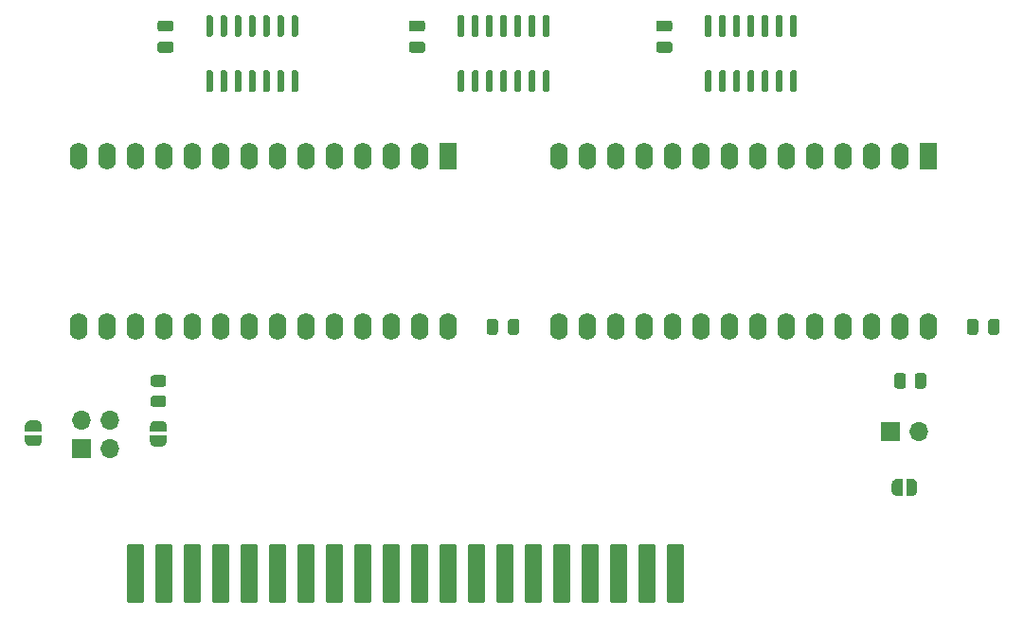
<source format=gbr>
G04 #@! TF.GenerationSoftware,KiCad,Pcbnew,(5.1.9-0-10_14)*
G04 #@! TF.CreationDate,2021-04-09T13:05:53-05:00*
G04 #@! TF.ProjectId,Memory Card,4d656d6f-7279-4204-9361-72642e6b6963,rev?*
G04 #@! TF.SameCoordinates,Original*
G04 #@! TF.FileFunction,Soldermask,Top*
G04 #@! TF.FilePolarity,Negative*
%FSLAX46Y46*%
G04 Gerber Fmt 4.6, Leading zero omitted, Abs format (unit mm)*
G04 Created by KiCad (PCBNEW (5.1.9-0-10_14)) date 2021-04-09 13:05:53*
%MOMM*%
%LPD*%
G01*
G04 APERTURE LIST*
%ADD10R,1.600000X2.400000*%
%ADD11O,1.600000X2.400000*%
%ADD12R,1.700000X1.700000*%
%ADD13O,1.700000X1.700000*%
%ADD14C,0.100000*%
G04 APERTURE END LIST*
G36*
G01*
X146698000Y-108425000D02*
X146698000Y-107475000D01*
G75*
G02*
X146948000Y-107225000I250000J0D01*
G01*
X147448000Y-107225000D01*
G75*
G02*
X147698000Y-107475000I0J-250000D01*
G01*
X147698000Y-108425000D01*
G75*
G02*
X147448000Y-108675000I-250000J0D01*
G01*
X146948000Y-108675000D01*
G75*
G02*
X146698000Y-108425000I0J250000D01*
G01*
G37*
G36*
G01*
X148598000Y-108425000D02*
X148598000Y-107475000D01*
G75*
G02*
X148848000Y-107225000I250000J0D01*
G01*
X149348000Y-107225000D01*
G75*
G02*
X149598000Y-107475000I0J-250000D01*
G01*
X149598000Y-108425000D01*
G75*
G02*
X149348000Y-108675000I-250000J0D01*
G01*
X148848000Y-108675000D01*
G75*
G02*
X148598000Y-108425000I0J250000D01*
G01*
G37*
G36*
G01*
X191524000Y-108425000D02*
X191524000Y-107475000D01*
G75*
G02*
X191774000Y-107225000I250000J0D01*
G01*
X192274000Y-107225000D01*
G75*
G02*
X192524000Y-107475000I0J-250000D01*
G01*
X192524000Y-108425000D01*
G75*
G02*
X192274000Y-108675000I-250000J0D01*
G01*
X191774000Y-108675000D01*
G75*
G02*
X191524000Y-108425000I0J250000D01*
G01*
G37*
G36*
G01*
X189624000Y-108425000D02*
X189624000Y-107475000D01*
G75*
G02*
X189874000Y-107225000I250000J0D01*
G01*
X190374000Y-107225000D01*
G75*
G02*
X190624000Y-107475000I0J-250000D01*
G01*
X190624000Y-108425000D01*
G75*
G02*
X190374000Y-108675000I-250000J0D01*
G01*
X189874000Y-108675000D01*
G75*
G02*
X189624000Y-108425000I0J250000D01*
G01*
G37*
G36*
G01*
X117508000Y-80526000D02*
X118458000Y-80526000D01*
G75*
G02*
X118708000Y-80776000I0J-250000D01*
G01*
X118708000Y-81276000D01*
G75*
G02*
X118458000Y-81526000I-250000J0D01*
G01*
X117508000Y-81526000D01*
G75*
G02*
X117258000Y-81276000I0J250000D01*
G01*
X117258000Y-80776000D01*
G75*
G02*
X117508000Y-80526000I250000J0D01*
G01*
G37*
G36*
G01*
X117508000Y-82426000D02*
X118458000Y-82426000D01*
G75*
G02*
X118708000Y-82676000I0J-250000D01*
G01*
X118708000Y-83176000D01*
G75*
G02*
X118458000Y-83426000I-250000J0D01*
G01*
X117508000Y-83426000D01*
G75*
G02*
X117258000Y-83176000I0J250000D01*
G01*
X117258000Y-82676000D01*
G75*
G02*
X117508000Y-82426000I250000J0D01*
G01*
G37*
G36*
G01*
X139987000Y-82431000D02*
X140937000Y-82431000D01*
G75*
G02*
X141187000Y-82681000I0J-250000D01*
G01*
X141187000Y-83181000D01*
G75*
G02*
X140937000Y-83431000I-250000J0D01*
G01*
X139987000Y-83431000D01*
G75*
G02*
X139737000Y-83181000I0J250000D01*
G01*
X139737000Y-82681000D01*
G75*
G02*
X139987000Y-82431000I250000J0D01*
G01*
G37*
G36*
G01*
X139987000Y-80531000D02*
X140937000Y-80531000D01*
G75*
G02*
X141187000Y-80781000I0J-250000D01*
G01*
X141187000Y-81281000D01*
G75*
G02*
X140937000Y-81531000I-250000J0D01*
G01*
X139987000Y-81531000D01*
G75*
G02*
X139737000Y-81281000I0J250000D01*
G01*
X139737000Y-80781000D01*
G75*
G02*
X139987000Y-80531000I250000J0D01*
G01*
G37*
G36*
G01*
X162085000Y-80531000D02*
X163035000Y-80531000D01*
G75*
G02*
X163285000Y-80781000I0J-250000D01*
G01*
X163285000Y-81281000D01*
G75*
G02*
X163035000Y-81531000I-250000J0D01*
G01*
X162085000Y-81531000D01*
G75*
G02*
X161835000Y-81281000I0J250000D01*
G01*
X161835000Y-80781000D01*
G75*
G02*
X162085000Y-80531000I250000J0D01*
G01*
G37*
G36*
G01*
X162085000Y-82431000D02*
X163035000Y-82431000D01*
G75*
G02*
X163285000Y-82681000I0J-250000D01*
G01*
X163285000Y-83181000D01*
G75*
G02*
X163035000Y-83431000I-250000J0D01*
G01*
X162085000Y-83431000D01*
G75*
G02*
X161835000Y-83181000I0J250000D01*
G01*
X161835000Y-82681000D01*
G75*
G02*
X162085000Y-82431000I250000J0D01*
G01*
G37*
G36*
G01*
X115935000Y-132671600D02*
X114665000Y-132671600D01*
G75*
G02*
X114563400Y-132570000I0J101600D01*
G01*
X114563400Y-127490000D01*
G75*
G02*
X114665000Y-127388400I101600J0D01*
G01*
X115935000Y-127388400D01*
G75*
G02*
X116036600Y-127490000I0J-101600D01*
G01*
X116036600Y-132570000D01*
G75*
G02*
X115935000Y-132671600I-101600J0D01*
G01*
G37*
G36*
G01*
X118475000Y-132671600D02*
X117205000Y-132671600D01*
G75*
G02*
X117103400Y-132570000I0J101600D01*
G01*
X117103400Y-127490000D01*
G75*
G02*
X117205000Y-127388400I101600J0D01*
G01*
X118475000Y-127388400D01*
G75*
G02*
X118576600Y-127490000I0J-101600D01*
G01*
X118576600Y-132570000D01*
G75*
G02*
X118475000Y-132671600I-101600J0D01*
G01*
G37*
G36*
G01*
X121015000Y-132671600D02*
X119745000Y-132671600D01*
G75*
G02*
X119643400Y-132570000I0J101600D01*
G01*
X119643400Y-127490000D01*
G75*
G02*
X119745000Y-127388400I101600J0D01*
G01*
X121015000Y-127388400D01*
G75*
G02*
X121116600Y-127490000I0J-101600D01*
G01*
X121116600Y-132570000D01*
G75*
G02*
X121015000Y-132671600I-101600J0D01*
G01*
G37*
G36*
G01*
X123555000Y-132671600D02*
X122285000Y-132671600D01*
G75*
G02*
X122183400Y-132570000I0J101600D01*
G01*
X122183400Y-127490000D01*
G75*
G02*
X122285000Y-127388400I101600J0D01*
G01*
X123555000Y-127388400D01*
G75*
G02*
X123656600Y-127490000I0J-101600D01*
G01*
X123656600Y-132570000D01*
G75*
G02*
X123555000Y-132671600I-101600J0D01*
G01*
G37*
G36*
G01*
X126095000Y-132671600D02*
X124825000Y-132671600D01*
G75*
G02*
X124723400Y-132570000I0J101600D01*
G01*
X124723400Y-127490000D01*
G75*
G02*
X124825000Y-127388400I101600J0D01*
G01*
X126095000Y-127388400D01*
G75*
G02*
X126196600Y-127490000I0J-101600D01*
G01*
X126196600Y-132570000D01*
G75*
G02*
X126095000Y-132671600I-101600J0D01*
G01*
G37*
G36*
G01*
X128635000Y-132671600D02*
X127365000Y-132671600D01*
G75*
G02*
X127263400Y-132570000I0J101600D01*
G01*
X127263400Y-127490000D01*
G75*
G02*
X127365000Y-127388400I101600J0D01*
G01*
X128635000Y-127388400D01*
G75*
G02*
X128736600Y-127490000I0J-101600D01*
G01*
X128736600Y-132570000D01*
G75*
G02*
X128635000Y-132671600I-101600J0D01*
G01*
G37*
G36*
G01*
X131175000Y-132671600D02*
X129905000Y-132671600D01*
G75*
G02*
X129803400Y-132570000I0J101600D01*
G01*
X129803400Y-127490000D01*
G75*
G02*
X129905000Y-127388400I101600J0D01*
G01*
X131175000Y-127388400D01*
G75*
G02*
X131276600Y-127490000I0J-101600D01*
G01*
X131276600Y-132570000D01*
G75*
G02*
X131175000Y-132671600I-101600J0D01*
G01*
G37*
G36*
G01*
X133715000Y-132671600D02*
X132445000Y-132671600D01*
G75*
G02*
X132343400Y-132570000I0J101600D01*
G01*
X132343400Y-127490000D01*
G75*
G02*
X132445000Y-127388400I101600J0D01*
G01*
X133715000Y-127388400D01*
G75*
G02*
X133816600Y-127490000I0J-101600D01*
G01*
X133816600Y-132570000D01*
G75*
G02*
X133715000Y-132671600I-101600J0D01*
G01*
G37*
G36*
G01*
X136255000Y-132671600D02*
X134985000Y-132671600D01*
G75*
G02*
X134883400Y-132570000I0J101600D01*
G01*
X134883400Y-127490000D01*
G75*
G02*
X134985000Y-127388400I101600J0D01*
G01*
X136255000Y-127388400D01*
G75*
G02*
X136356600Y-127490000I0J-101600D01*
G01*
X136356600Y-132570000D01*
G75*
G02*
X136255000Y-132671600I-101600J0D01*
G01*
G37*
G36*
G01*
X138795000Y-132671600D02*
X137525000Y-132671600D01*
G75*
G02*
X137423400Y-132570000I0J101600D01*
G01*
X137423400Y-127490000D01*
G75*
G02*
X137525000Y-127388400I101600J0D01*
G01*
X138795000Y-127388400D01*
G75*
G02*
X138896600Y-127490000I0J-101600D01*
G01*
X138896600Y-132570000D01*
G75*
G02*
X138795000Y-132671600I-101600J0D01*
G01*
G37*
G36*
G01*
X141335000Y-132671600D02*
X140065000Y-132671600D01*
G75*
G02*
X139963400Y-132570000I0J101600D01*
G01*
X139963400Y-127490000D01*
G75*
G02*
X140065000Y-127388400I101600J0D01*
G01*
X141335000Y-127388400D01*
G75*
G02*
X141436600Y-127490000I0J-101600D01*
G01*
X141436600Y-132570000D01*
G75*
G02*
X141335000Y-132671600I-101600J0D01*
G01*
G37*
G36*
G01*
X143875000Y-132671600D02*
X142605000Y-132671600D01*
G75*
G02*
X142503400Y-132570000I0J101600D01*
G01*
X142503400Y-127490000D01*
G75*
G02*
X142605000Y-127388400I101600J0D01*
G01*
X143875000Y-127388400D01*
G75*
G02*
X143976600Y-127490000I0J-101600D01*
G01*
X143976600Y-132570000D01*
G75*
G02*
X143875000Y-132671600I-101600J0D01*
G01*
G37*
G36*
G01*
X146415000Y-132671600D02*
X145145000Y-132671600D01*
G75*
G02*
X145043400Y-132570000I0J101600D01*
G01*
X145043400Y-127490000D01*
G75*
G02*
X145145000Y-127388400I101600J0D01*
G01*
X146415000Y-127388400D01*
G75*
G02*
X146516600Y-127490000I0J-101600D01*
G01*
X146516600Y-132570000D01*
G75*
G02*
X146415000Y-132671600I-101600J0D01*
G01*
G37*
G36*
G01*
X148955000Y-132671600D02*
X147685000Y-132671600D01*
G75*
G02*
X147583400Y-132570000I0J101600D01*
G01*
X147583400Y-127490000D01*
G75*
G02*
X147685000Y-127388400I101600J0D01*
G01*
X148955000Y-127388400D01*
G75*
G02*
X149056600Y-127490000I0J-101600D01*
G01*
X149056600Y-132570000D01*
G75*
G02*
X148955000Y-132671600I-101600J0D01*
G01*
G37*
G36*
G01*
X151495000Y-132671600D02*
X150225000Y-132671600D01*
G75*
G02*
X150123400Y-132570000I0J101600D01*
G01*
X150123400Y-127490000D01*
G75*
G02*
X150225000Y-127388400I101600J0D01*
G01*
X151495000Y-127388400D01*
G75*
G02*
X151596600Y-127490000I0J-101600D01*
G01*
X151596600Y-132570000D01*
G75*
G02*
X151495000Y-132671600I-101600J0D01*
G01*
G37*
G36*
G01*
X154035000Y-132671600D02*
X152765000Y-132671600D01*
G75*
G02*
X152663400Y-132570000I0J101600D01*
G01*
X152663400Y-127490000D01*
G75*
G02*
X152765000Y-127388400I101600J0D01*
G01*
X154035000Y-127388400D01*
G75*
G02*
X154136600Y-127490000I0J-101600D01*
G01*
X154136600Y-132570000D01*
G75*
G02*
X154035000Y-132671600I-101600J0D01*
G01*
G37*
G36*
G01*
X156575000Y-132671600D02*
X155305000Y-132671600D01*
G75*
G02*
X155203400Y-132570000I0J101600D01*
G01*
X155203400Y-127490000D01*
G75*
G02*
X155305000Y-127388400I101600J0D01*
G01*
X156575000Y-127388400D01*
G75*
G02*
X156676600Y-127490000I0J-101600D01*
G01*
X156676600Y-132570000D01*
G75*
G02*
X156575000Y-132671600I-101600J0D01*
G01*
G37*
G36*
G01*
X159115000Y-132671600D02*
X157845000Y-132671600D01*
G75*
G02*
X157743400Y-132570000I0J101600D01*
G01*
X157743400Y-127490000D01*
G75*
G02*
X157845000Y-127388400I101600J0D01*
G01*
X159115000Y-127388400D01*
G75*
G02*
X159216600Y-127490000I0J-101600D01*
G01*
X159216600Y-132570000D01*
G75*
G02*
X159115000Y-132671600I-101600J0D01*
G01*
G37*
G36*
G01*
X161655000Y-132671600D02*
X160385000Y-132671600D01*
G75*
G02*
X160283400Y-132570000I0J101600D01*
G01*
X160283400Y-127490000D01*
G75*
G02*
X160385000Y-127388400I101600J0D01*
G01*
X161655000Y-127388400D01*
G75*
G02*
X161756600Y-127490000I0J-101600D01*
G01*
X161756600Y-132570000D01*
G75*
G02*
X161655000Y-132671600I-101600J0D01*
G01*
G37*
G36*
G01*
X164195000Y-132671600D02*
X162925000Y-132671600D01*
G75*
G02*
X162823400Y-132570000I0J101600D01*
G01*
X162823400Y-127490000D01*
G75*
G02*
X162925000Y-127388400I101600J0D01*
G01*
X164195000Y-127388400D01*
G75*
G02*
X164296600Y-127490000I0J-101600D01*
G01*
X164296600Y-132570000D01*
G75*
G02*
X164195000Y-132671600I-101600J0D01*
G01*
G37*
D10*
X143256000Y-92710000D03*
D11*
X110236000Y-107950000D03*
X140716000Y-92710000D03*
X112776000Y-107950000D03*
X138176000Y-92710000D03*
X115316000Y-107950000D03*
X135636000Y-92710000D03*
X117856000Y-107950000D03*
X133096000Y-92710000D03*
X120396000Y-107950000D03*
X130556000Y-92710000D03*
X122936000Y-107950000D03*
X128016000Y-92710000D03*
X125476000Y-107950000D03*
X125476000Y-92710000D03*
X128016000Y-107950000D03*
X122936000Y-92710000D03*
X130556000Y-107950000D03*
X120396000Y-92710000D03*
X133096000Y-107950000D03*
X117856000Y-92710000D03*
X135636000Y-107950000D03*
X115316000Y-92710000D03*
X138176000Y-107950000D03*
X112776000Y-92710000D03*
X140716000Y-107950000D03*
X110236000Y-92710000D03*
X143256000Y-107950000D03*
X186182000Y-107950000D03*
X153162000Y-92710000D03*
X183642000Y-107950000D03*
X155702000Y-92710000D03*
X181102000Y-107950000D03*
X158242000Y-92710000D03*
X178562000Y-107950000D03*
X160782000Y-92710000D03*
X176022000Y-107950000D03*
X163322000Y-92710000D03*
X173482000Y-107950000D03*
X165862000Y-92710000D03*
X170942000Y-107950000D03*
X168402000Y-92710000D03*
X168402000Y-107950000D03*
X170942000Y-92710000D03*
X165862000Y-107950000D03*
X173482000Y-92710000D03*
X163322000Y-107950000D03*
X176022000Y-92710000D03*
X160782000Y-107950000D03*
X178562000Y-92710000D03*
X158242000Y-107950000D03*
X181102000Y-92710000D03*
X155702000Y-107950000D03*
X183642000Y-92710000D03*
X153162000Y-107950000D03*
D10*
X186182000Y-92710000D03*
D12*
X182753000Y-117348000D03*
D13*
X185293000Y-117348000D03*
D12*
X110490000Y-118872000D03*
D13*
X110490000Y-116332000D03*
X113030000Y-118872000D03*
X113030000Y-116332000D03*
D14*
G36*
X183888000Y-123051000D02*
G01*
X183388000Y-123051000D01*
X183388000Y-123050398D01*
X183363466Y-123050398D01*
X183314635Y-123045588D01*
X183266510Y-123036016D01*
X183219555Y-123021772D01*
X183174222Y-123002995D01*
X183130949Y-122979864D01*
X183090150Y-122952604D01*
X183052221Y-122921476D01*
X183017524Y-122886779D01*
X182986396Y-122848850D01*
X182959136Y-122808051D01*
X182936005Y-122764778D01*
X182917228Y-122719445D01*
X182902984Y-122672490D01*
X182893412Y-122624365D01*
X182888602Y-122575534D01*
X182888602Y-122551000D01*
X182888000Y-122551000D01*
X182888000Y-122051000D01*
X182888602Y-122051000D01*
X182888602Y-122026466D01*
X182893412Y-121977635D01*
X182902984Y-121929510D01*
X182917228Y-121882555D01*
X182936005Y-121837222D01*
X182959136Y-121793949D01*
X182986396Y-121753150D01*
X183017524Y-121715221D01*
X183052221Y-121680524D01*
X183090150Y-121649396D01*
X183130949Y-121622136D01*
X183174222Y-121599005D01*
X183219555Y-121580228D01*
X183266510Y-121565984D01*
X183314635Y-121556412D01*
X183363466Y-121551602D01*
X183388000Y-121551602D01*
X183388000Y-121551000D01*
X183888000Y-121551000D01*
X183888000Y-123051000D01*
G37*
G36*
X184688000Y-121551602D02*
G01*
X184712534Y-121551602D01*
X184761365Y-121556412D01*
X184809490Y-121565984D01*
X184856445Y-121580228D01*
X184901778Y-121599005D01*
X184945051Y-121622136D01*
X184985850Y-121649396D01*
X185023779Y-121680524D01*
X185058476Y-121715221D01*
X185089604Y-121753150D01*
X185116864Y-121793949D01*
X185139995Y-121837222D01*
X185158772Y-121882555D01*
X185173016Y-121929510D01*
X185182588Y-121977635D01*
X185187398Y-122026466D01*
X185187398Y-122051000D01*
X185188000Y-122051000D01*
X185188000Y-122551000D01*
X185187398Y-122551000D01*
X185187398Y-122575534D01*
X185182588Y-122624365D01*
X185173016Y-122672490D01*
X185158772Y-122719445D01*
X185139995Y-122764778D01*
X185116864Y-122808051D01*
X185089604Y-122848850D01*
X185058476Y-122886779D01*
X185023779Y-122921476D01*
X184985850Y-122952604D01*
X184945051Y-122979864D01*
X184901778Y-123002995D01*
X184856445Y-123021772D01*
X184809490Y-123036016D01*
X184761365Y-123045588D01*
X184712534Y-123050398D01*
X184688000Y-123050398D01*
X184688000Y-123051000D01*
X184188000Y-123051000D01*
X184188000Y-121551000D01*
X184688000Y-121551000D01*
X184688000Y-121551602D01*
G37*
G36*
X105422602Y-116810000D02*
G01*
X105422602Y-116785466D01*
X105427412Y-116736635D01*
X105436984Y-116688510D01*
X105451228Y-116641555D01*
X105470005Y-116596222D01*
X105493136Y-116552949D01*
X105520396Y-116512150D01*
X105551524Y-116474221D01*
X105586221Y-116439524D01*
X105624150Y-116408396D01*
X105664949Y-116381136D01*
X105708222Y-116358005D01*
X105753555Y-116339228D01*
X105800510Y-116324984D01*
X105848635Y-116315412D01*
X105897466Y-116310602D01*
X105922000Y-116310602D01*
X105922000Y-116310000D01*
X106422000Y-116310000D01*
X106422000Y-116310602D01*
X106446534Y-116310602D01*
X106495365Y-116315412D01*
X106543490Y-116324984D01*
X106590445Y-116339228D01*
X106635778Y-116358005D01*
X106679051Y-116381136D01*
X106719850Y-116408396D01*
X106757779Y-116439524D01*
X106792476Y-116474221D01*
X106823604Y-116512150D01*
X106850864Y-116552949D01*
X106873995Y-116596222D01*
X106892772Y-116641555D01*
X106907016Y-116688510D01*
X106916588Y-116736635D01*
X106921398Y-116785466D01*
X106921398Y-116810000D01*
X106922000Y-116810000D01*
X106922000Y-117310000D01*
X105422000Y-117310000D01*
X105422000Y-116810000D01*
X105422602Y-116810000D01*
G37*
G36*
X106922000Y-117610000D02*
G01*
X106922000Y-118110000D01*
X106921398Y-118110000D01*
X106921398Y-118134534D01*
X106916588Y-118183365D01*
X106907016Y-118231490D01*
X106892772Y-118278445D01*
X106873995Y-118323778D01*
X106850864Y-118367051D01*
X106823604Y-118407850D01*
X106792476Y-118445779D01*
X106757779Y-118480476D01*
X106719850Y-118511604D01*
X106679051Y-118538864D01*
X106635778Y-118561995D01*
X106590445Y-118580772D01*
X106543490Y-118595016D01*
X106495365Y-118604588D01*
X106446534Y-118609398D01*
X106422000Y-118609398D01*
X106422000Y-118610000D01*
X105922000Y-118610000D01*
X105922000Y-118609398D01*
X105897466Y-118609398D01*
X105848635Y-118604588D01*
X105800510Y-118595016D01*
X105753555Y-118580772D01*
X105708222Y-118561995D01*
X105664949Y-118538864D01*
X105624150Y-118511604D01*
X105586221Y-118480476D01*
X105551524Y-118445779D01*
X105520396Y-118407850D01*
X105493136Y-118367051D01*
X105470005Y-118323778D01*
X105451228Y-118278445D01*
X105436984Y-118231490D01*
X105427412Y-118183365D01*
X105422602Y-118134534D01*
X105422602Y-118110000D01*
X105422000Y-118110000D01*
X105422000Y-117610000D01*
X106922000Y-117610000D01*
G37*
G36*
X118098000Y-117640000D02*
G01*
X118098000Y-118140000D01*
X118097398Y-118140000D01*
X118097398Y-118164534D01*
X118092588Y-118213365D01*
X118083016Y-118261490D01*
X118068772Y-118308445D01*
X118049995Y-118353778D01*
X118026864Y-118397051D01*
X117999604Y-118437850D01*
X117968476Y-118475779D01*
X117933779Y-118510476D01*
X117895850Y-118541604D01*
X117855051Y-118568864D01*
X117811778Y-118591995D01*
X117766445Y-118610772D01*
X117719490Y-118625016D01*
X117671365Y-118634588D01*
X117622534Y-118639398D01*
X117598000Y-118639398D01*
X117598000Y-118640000D01*
X117098000Y-118640000D01*
X117098000Y-118639398D01*
X117073466Y-118639398D01*
X117024635Y-118634588D01*
X116976510Y-118625016D01*
X116929555Y-118610772D01*
X116884222Y-118591995D01*
X116840949Y-118568864D01*
X116800150Y-118541604D01*
X116762221Y-118510476D01*
X116727524Y-118475779D01*
X116696396Y-118437850D01*
X116669136Y-118397051D01*
X116646005Y-118353778D01*
X116627228Y-118308445D01*
X116612984Y-118261490D01*
X116603412Y-118213365D01*
X116598602Y-118164534D01*
X116598602Y-118140000D01*
X116598000Y-118140000D01*
X116598000Y-117640000D01*
X118098000Y-117640000D01*
G37*
G36*
X116598602Y-116840000D02*
G01*
X116598602Y-116815466D01*
X116603412Y-116766635D01*
X116612984Y-116718510D01*
X116627228Y-116671555D01*
X116646005Y-116626222D01*
X116669136Y-116582949D01*
X116696396Y-116542150D01*
X116727524Y-116504221D01*
X116762221Y-116469524D01*
X116800150Y-116438396D01*
X116840949Y-116411136D01*
X116884222Y-116388005D01*
X116929555Y-116369228D01*
X116976510Y-116354984D01*
X117024635Y-116345412D01*
X117073466Y-116340602D01*
X117098000Y-116340602D01*
X117098000Y-116340000D01*
X117598000Y-116340000D01*
X117598000Y-116340602D01*
X117622534Y-116340602D01*
X117671365Y-116345412D01*
X117719490Y-116354984D01*
X117766445Y-116369228D01*
X117811778Y-116388005D01*
X117855051Y-116411136D01*
X117895850Y-116438396D01*
X117933779Y-116469524D01*
X117968476Y-116504221D01*
X117999604Y-116542150D01*
X118026864Y-116582949D01*
X118049995Y-116626222D01*
X118068772Y-116671555D01*
X118083016Y-116718510D01*
X118092588Y-116766635D01*
X118097398Y-116815466D01*
X118097398Y-116840000D01*
X118098000Y-116840000D01*
X118098000Y-117340000D01*
X116598000Y-117340000D01*
X116598000Y-116840000D01*
X116598602Y-116840000D01*
G37*
G36*
G01*
X185979500Y-112325999D02*
X185979500Y-113226001D01*
G75*
G02*
X185729501Y-113476000I-249999J0D01*
G01*
X185204499Y-113476000D01*
G75*
G02*
X184954500Y-113226001I0J249999D01*
G01*
X184954500Y-112325999D01*
G75*
G02*
X185204499Y-112076000I249999J0D01*
G01*
X185729501Y-112076000D01*
G75*
G02*
X185979500Y-112325999I0J-249999D01*
G01*
G37*
G36*
G01*
X184154500Y-112325999D02*
X184154500Y-113226001D01*
G75*
G02*
X183904501Y-113476000I-249999J0D01*
G01*
X183379499Y-113476000D01*
G75*
G02*
X183129500Y-113226001I0J249999D01*
G01*
X183129500Y-112325999D01*
G75*
G02*
X183379499Y-112076000I249999J0D01*
G01*
X183904501Y-112076000D01*
G75*
G02*
X184154500Y-112325999I0J-249999D01*
G01*
G37*
G36*
G01*
X116897999Y-114088500D02*
X117798001Y-114088500D01*
G75*
G02*
X118048000Y-114338499I0J-249999D01*
G01*
X118048000Y-114863501D01*
G75*
G02*
X117798001Y-115113500I-249999J0D01*
G01*
X116897999Y-115113500D01*
G75*
G02*
X116648000Y-114863501I0J249999D01*
G01*
X116648000Y-114338499D01*
G75*
G02*
X116897999Y-114088500I249999J0D01*
G01*
G37*
G36*
G01*
X116897999Y-112263500D02*
X117798001Y-112263500D01*
G75*
G02*
X118048000Y-112513499I0J-249999D01*
G01*
X118048000Y-113038501D01*
G75*
G02*
X117798001Y-113288500I-249999J0D01*
G01*
X116897999Y-113288500D01*
G75*
G02*
X116648000Y-113038501I0J249999D01*
G01*
X116648000Y-112513499D01*
G75*
G02*
X116897999Y-112263500I249999J0D01*
G01*
G37*
G36*
G01*
X122070000Y-86954000D02*
X121770000Y-86954000D01*
G75*
G02*
X121620000Y-86804000I0J150000D01*
G01*
X121620000Y-85154000D01*
G75*
G02*
X121770000Y-85004000I150000J0D01*
G01*
X122070000Y-85004000D01*
G75*
G02*
X122220000Y-85154000I0J-150000D01*
G01*
X122220000Y-86804000D01*
G75*
G02*
X122070000Y-86954000I-150000J0D01*
G01*
G37*
G36*
G01*
X123340000Y-86954000D02*
X123040000Y-86954000D01*
G75*
G02*
X122890000Y-86804000I0J150000D01*
G01*
X122890000Y-85154000D01*
G75*
G02*
X123040000Y-85004000I150000J0D01*
G01*
X123340000Y-85004000D01*
G75*
G02*
X123490000Y-85154000I0J-150000D01*
G01*
X123490000Y-86804000D01*
G75*
G02*
X123340000Y-86954000I-150000J0D01*
G01*
G37*
G36*
G01*
X124610000Y-86954000D02*
X124310000Y-86954000D01*
G75*
G02*
X124160000Y-86804000I0J150000D01*
G01*
X124160000Y-85154000D01*
G75*
G02*
X124310000Y-85004000I150000J0D01*
G01*
X124610000Y-85004000D01*
G75*
G02*
X124760000Y-85154000I0J-150000D01*
G01*
X124760000Y-86804000D01*
G75*
G02*
X124610000Y-86954000I-150000J0D01*
G01*
G37*
G36*
G01*
X125880000Y-86954000D02*
X125580000Y-86954000D01*
G75*
G02*
X125430000Y-86804000I0J150000D01*
G01*
X125430000Y-85154000D01*
G75*
G02*
X125580000Y-85004000I150000J0D01*
G01*
X125880000Y-85004000D01*
G75*
G02*
X126030000Y-85154000I0J-150000D01*
G01*
X126030000Y-86804000D01*
G75*
G02*
X125880000Y-86954000I-150000J0D01*
G01*
G37*
G36*
G01*
X127150000Y-86954000D02*
X126850000Y-86954000D01*
G75*
G02*
X126700000Y-86804000I0J150000D01*
G01*
X126700000Y-85154000D01*
G75*
G02*
X126850000Y-85004000I150000J0D01*
G01*
X127150000Y-85004000D01*
G75*
G02*
X127300000Y-85154000I0J-150000D01*
G01*
X127300000Y-86804000D01*
G75*
G02*
X127150000Y-86954000I-150000J0D01*
G01*
G37*
G36*
G01*
X128420000Y-86954000D02*
X128120000Y-86954000D01*
G75*
G02*
X127970000Y-86804000I0J150000D01*
G01*
X127970000Y-85154000D01*
G75*
G02*
X128120000Y-85004000I150000J0D01*
G01*
X128420000Y-85004000D01*
G75*
G02*
X128570000Y-85154000I0J-150000D01*
G01*
X128570000Y-86804000D01*
G75*
G02*
X128420000Y-86954000I-150000J0D01*
G01*
G37*
G36*
G01*
X129690000Y-86954000D02*
X129390000Y-86954000D01*
G75*
G02*
X129240000Y-86804000I0J150000D01*
G01*
X129240000Y-85154000D01*
G75*
G02*
X129390000Y-85004000I150000J0D01*
G01*
X129690000Y-85004000D01*
G75*
G02*
X129840000Y-85154000I0J-150000D01*
G01*
X129840000Y-86804000D01*
G75*
G02*
X129690000Y-86954000I-150000J0D01*
G01*
G37*
G36*
G01*
X129690000Y-82004000D02*
X129390000Y-82004000D01*
G75*
G02*
X129240000Y-81854000I0J150000D01*
G01*
X129240000Y-80204000D01*
G75*
G02*
X129390000Y-80054000I150000J0D01*
G01*
X129690000Y-80054000D01*
G75*
G02*
X129840000Y-80204000I0J-150000D01*
G01*
X129840000Y-81854000D01*
G75*
G02*
X129690000Y-82004000I-150000J0D01*
G01*
G37*
G36*
G01*
X128420000Y-82004000D02*
X128120000Y-82004000D01*
G75*
G02*
X127970000Y-81854000I0J150000D01*
G01*
X127970000Y-80204000D01*
G75*
G02*
X128120000Y-80054000I150000J0D01*
G01*
X128420000Y-80054000D01*
G75*
G02*
X128570000Y-80204000I0J-150000D01*
G01*
X128570000Y-81854000D01*
G75*
G02*
X128420000Y-82004000I-150000J0D01*
G01*
G37*
G36*
G01*
X127150000Y-82004000D02*
X126850000Y-82004000D01*
G75*
G02*
X126700000Y-81854000I0J150000D01*
G01*
X126700000Y-80204000D01*
G75*
G02*
X126850000Y-80054000I150000J0D01*
G01*
X127150000Y-80054000D01*
G75*
G02*
X127300000Y-80204000I0J-150000D01*
G01*
X127300000Y-81854000D01*
G75*
G02*
X127150000Y-82004000I-150000J0D01*
G01*
G37*
G36*
G01*
X125880000Y-82004000D02*
X125580000Y-82004000D01*
G75*
G02*
X125430000Y-81854000I0J150000D01*
G01*
X125430000Y-80204000D01*
G75*
G02*
X125580000Y-80054000I150000J0D01*
G01*
X125880000Y-80054000D01*
G75*
G02*
X126030000Y-80204000I0J-150000D01*
G01*
X126030000Y-81854000D01*
G75*
G02*
X125880000Y-82004000I-150000J0D01*
G01*
G37*
G36*
G01*
X124610000Y-82004000D02*
X124310000Y-82004000D01*
G75*
G02*
X124160000Y-81854000I0J150000D01*
G01*
X124160000Y-80204000D01*
G75*
G02*
X124310000Y-80054000I150000J0D01*
G01*
X124610000Y-80054000D01*
G75*
G02*
X124760000Y-80204000I0J-150000D01*
G01*
X124760000Y-81854000D01*
G75*
G02*
X124610000Y-82004000I-150000J0D01*
G01*
G37*
G36*
G01*
X123340000Y-82004000D02*
X123040000Y-82004000D01*
G75*
G02*
X122890000Y-81854000I0J150000D01*
G01*
X122890000Y-80204000D01*
G75*
G02*
X123040000Y-80054000I150000J0D01*
G01*
X123340000Y-80054000D01*
G75*
G02*
X123490000Y-80204000I0J-150000D01*
G01*
X123490000Y-81854000D01*
G75*
G02*
X123340000Y-82004000I-150000J0D01*
G01*
G37*
G36*
G01*
X122070000Y-82004000D02*
X121770000Y-82004000D01*
G75*
G02*
X121620000Y-81854000I0J150000D01*
G01*
X121620000Y-80204000D01*
G75*
G02*
X121770000Y-80054000I150000J0D01*
G01*
X122070000Y-80054000D01*
G75*
G02*
X122220000Y-80204000I0J-150000D01*
G01*
X122220000Y-81854000D01*
G75*
G02*
X122070000Y-82004000I-150000J0D01*
G01*
G37*
G36*
G01*
X144549000Y-82001000D02*
X144249000Y-82001000D01*
G75*
G02*
X144099000Y-81851000I0J150000D01*
G01*
X144099000Y-80201000D01*
G75*
G02*
X144249000Y-80051000I150000J0D01*
G01*
X144549000Y-80051000D01*
G75*
G02*
X144699000Y-80201000I0J-150000D01*
G01*
X144699000Y-81851000D01*
G75*
G02*
X144549000Y-82001000I-150000J0D01*
G01*
G37*
G36*
G01*
X145819000Y-82001000D02*
X145519000Y-82001000D01*
G75*
G02*
X145369000Y-81851000I0J150000D01*
G01*
X145369000Y-80201000D01*
G75*
G02*
X145519000Y-80051000I150000J0D01*
G01*
X145819000Y-80051000D01*
G75*
G02*
X145969000Y-80201000I0J-150000D01*
G01*
X145969000Y-81851000D01*
G75*
G02*
X145819000Y-82001000I-150000J0D01*
G01*
G37*
G36*
G01*
X147089000Y-82001000D02*
X146789000Y-82001000D01*
G75*
G02*
X146639000Y-81851000I0J150000D01*
G01*
X146639000Y-80201000D01*
G75*
G02*
X146789000Y-80051000I150000J0D01*
G01*
X147089000Y-80051000D01*
G75*
G02*
X147239000Y-80201000I0J-150000D01*
G01*
X147239000Y-81851000D01*
G75*
G02*
X147089000Y-82001000I-150000J0D01*
G01*
G37*
G36*
G01*
X148359000Y-82001000D02*
X148059000Y-82001000D01*
G75*
G02*
X147909000Y-81851000I0J150000D01*
G01*
X147909000Y-80201000D01*
G75*
G02*
X148059000Y-80051000I150000J0D01*
G01*
X148359000Y-80051000D01*
G75*
G02*
X148509000Y-80201000I0J-150000D01*
G01*
X148509000Y-81851000D01*
G75*
G02*
X148359000Y-82001000I-150000J0D01*
G01*
G37*
G36*
G01*
X149629000Y-82001000D02*
X149329000Y-82001000D01*
G75*
G02*
X149179000Y-81851000I0J150000D01*
G01*
X149179000Y-80201000D01*
G75*
G02*
X149329000Y-80051000I150000J0D01*
G01*
X149629000Y-80051000D01*
G75*
G02*
X149779000Y-80201000I0J-150000D01*
G01*
X149779000Y-81851000D01*
G75*
G02*
X149629000Y-82001000I-150000J0D01*
G01*
G37*
G36*
G01*
X150899000Y-82001000D02*
X150599000Y-82001000D01*
G75*
G02*
X150449000Y-81851000I0J150000D01*
G01*
X150449000Y-80201000D01*
G75*
G02*
X150599000Y-80051000I150000J0D01*
G01*
X150899000Y-80051000D01*
G75*
G02*
X151049000Y-80201000I0J-150000D01*
G01*
X151049000Y-81851000D01*
G75*
G02*
X150899000Y-82001000I-150000J0D01*
G01*
G37*
G36*
G01*
X152169000Y-82001000D02*
X151869000Y-82001000D01*
G75*
G02*
X151719000Y-81851000I0J150000D01*
G01*
X151719000Y-80201000D01*
G75*
G02*
X151869000Y-80051000I150000J0D01*
G01*
X152169000Y-80051000D01*
G75*
G02*
X152319000Y-80201000I0J-150000D01*
G01*
X152319000Y-81851000D01*
G75*
G02*
X152169000Y-82001000I-150000J0D01*
G01*
G37*
G36*
G01*
X152169000Y-86951000D02*
X151869000Y-86951000D01*
G75*
G02*
X151719000Y-86801000I0J150000D01*
G01*
X151719000Y-85151000D01*
G75*
G02*
X151869000Y-85001000I150000J0D01*
G01*
X152169000Y-85001000D01*
G75*
G02*
X152319000Y-85151000I0J-150000D01*
G01*
X152319000Y-86801000D01*
G75*
G02*
X152169000Y-86951000I-150000J0D01*
G01*
G37*
G36*
G01*
X150899000Y-86951000D02*
X150599000Y-86951000D01*
G75*
G02*
X150449000Y-86801000I0J150000D01*
G01*
X150449000Y-85151000D01*
G75*
G02*
X150599000Y-85001000I150000J0D01*
G01*
X150899000Y-85001000D01*
G75*
G02*
X151049000Y-85151000I0J-150000D01*
G01*
X151049000Y-86801000D01*
G75*
G02*
X150899000Y-86951000I-150000J0D01*
G01*
G37*
G36*
G01*
X149629000Y-86951000D02*
X149329000Y-86951000D01*
G75*
G02*
X149179000Y-86801000I0J150000D01*
G01*
X149179000Y-85151000D01*
G75*
G02*
X149329000Y-85001000I150000J0D01*
G01*
X149629000Y-85001000D01*
G75*
G02*
X149779000Y-85151000I0J-150000D01*
G01*
X149779000Y-86801000D01*
G75*
G02*
X149629000Y-86951000I-150000J0D01*
G01*
G37*
G36*
G01*
X148359000Y-86951000D02*
X148059000Y-86951000D01*
G75*
G02*
X147909000Y-86801000I0J150000D01*
G01*
X147909000Y-85151000D01*
G75*
G02*
X148059000Y-85001000I150000J0D01*
G01*
X148359000Y-85001000D01*
G75*
G02*
X148509000Y-85151000I0J-150000D01*
G01*
X148509000Y-86801000D01*
G75*
G02*
X148359000Y-86951000I-150000J0D01*
G01*
G37*
G36*
G01*
X147089000Y-86951000D02*
X146789000Y-86951000D01*
G75*
G02*
X146639000Y-86801000I0J150000D01*
G01*
X146639000Y-85151000D01*
G75*
G02*
X146789000Y-85001000I150000J0D01*
G01*
X147089000Y-85001000D01*
G75*
G02*
X147239000Y-85151000I0J-150000D01*
G01*
X147239000Y-86801000D01*
G75*
G02*
X147089000Y-86951000I-150000J0D01*
G01*
G37*
G36*
G01*
X145819000Y-86951000D02*
X145519000Y-86951000D01*
G75*
G02*
X145369000Y-86801000I0J150000D01*
G01*
X145369000Y-85151000D01*
G75*
G02*
X145519000Y-85001000I150000J0D01*
G01*
X145819000Y-85001000D01*
G75*
G02*
X145969000Y-85151000I0J-150000D01*
G01*
X145969000Y-86801000D01*
G75*
G02*
X145819000Y-86951000I-150000J0D01*
G01*
G37*
G36*
G01*
X144549000Y-86951000D02*
X144249000Y-86951000D01*
G75*
G02*
X144099000Y-86801000I0J150000D01*
G01*
X144099000Y-85151000D01*
G75*
G02*
X144249000Y-85001000I150000J0D01*
G01*
X144549000Y-85001000D01*
G75*
G02*
X144699000Y-85151000I0J-150000D01*
G01*
X144699000Y-86801000D01*
G75*
G02*
X144549000Y-86951000I-150000J0D01*
G01*
G37*
G36*
G01*
X166647000Y-86954000D02*
X166347000Y-86954000D01*
G75*
G02*
X166197000Y-86804000I0J150000D01*
G01*
X166197000Y-85154000D01*
G75*
G02*
X166347000Y-85004000I150000J0D01*
G01*
X166647000Y-85004000D01*
G75*
G02*
X166797000Y-85154000I0J-150000D01*
G01*
X166797000Y-86804000D01*
G75*
G02*
X166647000Y-86954000I-150000J0D01*
G01*
G37*
G36*
G01*
X167917000Y-86954000D02*
X167617000Y-86954000D01*
G75*
G02*
X167467000Y-86804000I0J150000D01*
G01*
X167467000Y-85154000D01*
G75*
G02*
X167617000Y-85004000I150000J0D01*
G01*
X167917000Y-85004000D01*
G75*
G02*
X168067000Y-85154000I0J-150000D01*
G01*
X168067000Y-86804000D01*
G75*
G02*
X167917000Y-86954000I-150000J0D01*
G01*
G37*
G36*
G01*
X169187000Y-86954000D02*
X168887000Y-86954000D01*
G75*
G02*
X168737000Y-86804000I0J150000D01*
G01*
X168737000Y-85154000D01*
G75*
G02*
X168887000Y-85004000I150000J0D01*
G01*
X169187000Y-85004000D01*
G75*
G02*
X169337000Y-85154000I0J-150000D01*
G01*
X169337000Y-86804000D01*
G75*
G02*
X169187000Y-86954000I-150000J0D01*
G01*
G37*
G36*
G01*
X170457000Y-86954000D02*
X170157000Y-86954000D01*
G75*
G02*
X170007000Y-86804000I0J150000D01*
G01*
X170007000Y-85154000D01*
G75*
G02*
X170157000Y-85004000I150000J0D01*
G01*
X170457000Y-85004000D01*
G75*
G02*
X170607000Y-85154000I0J-150000D01*
G01*
X170607000Y-86804000D01*
G75*
G02*
X170457000Y-86954000I-150000J0D01*
G01*
G37*
G36*
G01*
X171727000Y-86954000D02*
X171427000Y-86954000D01*
G75*
G02*
X171277000Y-86804000I0J150000D01*
G01*
X171277000Y-85154000D01*
G75*
G02*
X171427000Y-85004000I150000J0D01*
G01*
X171727000Y-85004000D01*
G75*
G02*
X171877000Y-85154000I0J-150000D01*
G01*
X171877000Y-86804000D01*
G75*
G02*
X171727000Y-86954000I-150000J0D01*
G01*
G37*
G36*
G01*
X172997000Y-86954000D02*
X172697000Y-86954000D01*
G75*
G02*
X172547000Y-86804000I0J150000D01*
G01*
X172547000Y-85154000D01*
G75*
G02*
X172697000Y-85004000I150000J0D01*
G01*
X172997000Y-85004000D01*
G75*
G02*
X173147000Y-85154000I0J-150000D01*
G01*
X173147000Y-86804000D01*
G75*
G02*
X172997000Y-86954000I-150000J0D01*
G01*
G37*
G36*
G01*
X174267000Y-86954000D02*
X173967000Y-86954000D01*
G75*
G02*
X173817000Y-86804000I0J150000D01*
G01*
X173817000Y-85154000D01*
G75*
G02*
X173967000Y-85004000I150000J0D01*
G01*
X174267000Y-85004000D01*
G75*
G02*
X174417000Y-85154000I0J-150000D01*
G01*
X174417000Y-86804000D01*
G75*
G02*
X174267000Y-86954000I-150000J0D01*
G01*
G37*
G36*
G01*
X174267000Y-82004000D02*
X173967000Y-82004000D01*
G75*
G02*
X173817000Y-81854000I0J150000D01*
G01*
X173817000Y-80204000D01*
G75*
G02*
X173967000Y-80054000I150000J0D01*
G01*
X174267000Y-80054000D01*
G75*
G02*
X174417000Y-80204000I0J-150000D01*
G01*
X174417000Y-81854000D01*
G75*
G02*
X174267000Y-82004000I-150000J0D01*
G01*
G37*
G36*
G01*
X172997000Y-82004000D02*
X172697000Y-82004000D01*
G75*
G02*
X172547000Y-81854000I0J150000D01*
G01*
X172547000Y-80204000D01*
G75*
G02*
X172697000Y-80054000I150000J0D01*
G01*
X172997000Y-80054000D01*
G75*
G02*
X173147000Y-80204000I0J-150000D01*
G01*
X173147000Y-81854000D01*
G75*
G02*
X172997000Y-82004000I-150000J0D01*
G01*
G37*
G36*
G01*
X171727000Y-82004000D02*
X171427000Y-82004000D01*
G75*
G02*
X171277000Y-81854000I0J150000D01*
G01*
X171277000Y-80204000D01*
G75*
G02*
X171427000Y-80054000I150000J0D01*
G01*
X171727000Y-80054000D01*
G75*
G02*
X171877000Y-80204000I0J-150000D01*
G01*
X171877000Y-81854000D01*
G75*
G02*
X171727000Y-82004000I-150000J0D01*
G01*
G37*
G36*
G01*
X170457000Y-82004000D02*
X170157000Y-82004000D01*
G75*
G02*
X170007000Y-81854000I0J150000D01*
G01*
X170007000Y-80204000D01*
G75*
G02*
X170157000Y-80054000I150000J0D01*
G01*
X170457000Y-80054000D01*
G75*
G02*
X170607000Y-80204000I0J-150000D01*
G01*
X170607000Y-81854000D01*
G75*
G02*
X170457000Y-82004000I-150000J0D01*
G01*
G37*
G36*
G01*
X169187000Y-82004000D02*
X168887000Y-82004000D01*
G75*
G02*
X168737000Y-81854000I0J150000D01*
G01*
X168737000Y-80204000D01*
G75*
G02*
X168887000Y-80054000I150000J0D01*
G01*
X169187000Y-80054000D01*
G75*
G02*
X169337000Y-80204000I0J-150000D01*
G01*
X169337000Y-81854000D01*
G75*
G02*
X169187000Y-82004000I-150000J0D01*
G01*
G37*
G36*
G01*
X167917000Y-82004000D02*
X167617000Y-82004000D01*
G75*
G02*
X167467000Y-81854000I0J150000D01*
G01*
X167467000Y-80204000D01*
G75*
G02*
X167617000Y-80054000I150000J0D01*
G01*
X167917000Y-80054000D01*
G75*
G02*
X168067000Y-80204000I0J-150000D01*
G01*
X168067000Y-81854000D01*
G75*
G02*
X167917000Y-82004000I-150000J0D01*
G01*
G37*
G36*
G01*
X166647000Y-82004000D02*
X166347000Y-82004000D01*
G75*
G02*
X166197000Y-81854000I0J150000D01*
G01*
X166197000Y-80204000D01*
G75*
G02*
X166347000Y-80054000I150000J0D01*
G01*
X166647000Y-80054000D01*
G75*
G02*
X166797000Y-80204000I0J-150000D01*
G01*
X166797000Y-81854000D01*
G75*
G02*
X166647000Y-82004000I-150000J0D01*
G01*
G37*
M02*

</source>
